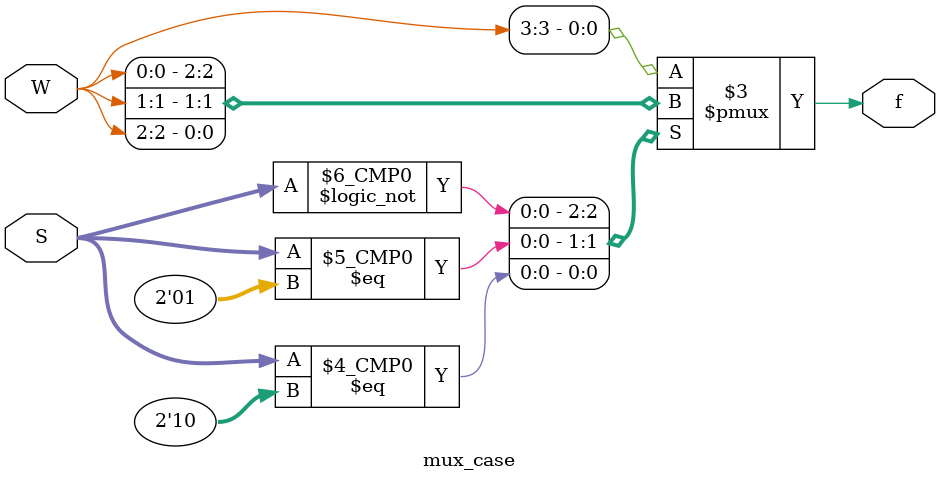
<source format=v>
`timescale 1ns / 1ps
module mux_case(W,S,f );
input[3:0]W;
input[1:0]S;
output reg f;
always@(W,S)
    case(S)
        0:f=W[0];
        1:f=W[1];
        2:f=W[2];
        default:f=W[3];
    endcase
endmodule

</source>
